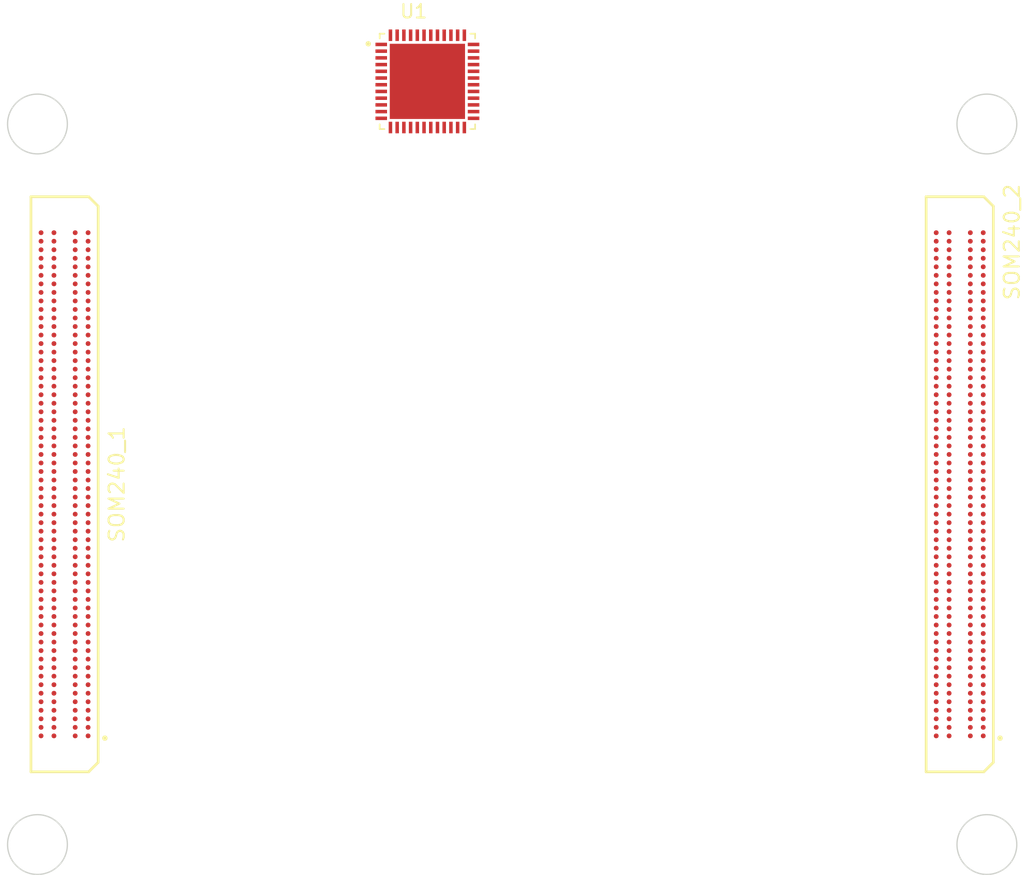
<source format=kicad_pcb>
(kicad_pcb (version 20211014) (generator pcbnew)
  (layers (0 "F.Cu" signal) (31 "B.Cu" signal) (34 "B.Paste" user) (35 "F.Paste" user) (36 "B.SilkS" user "B.Silkscreen") (37 "F.SilkS" user "F.Silkscreen") (38 "B.Mask" user) (39 "F.Mask" user) (44 "Edge.Cuts" user))
  (net 0 "")
  (net 3 "HPA06P_CLK")
  (net 4 "HPA06N")
  (net 6 "HPA_CLK0P_CLK")
  (net 22 "JTAG_TMS_C2M")
  (net 23 "JTAG_TDO_M2C")
  (net 24 "JTAG_TDI_C2M")
  (net 25 "JTAG_TCK_C2M")
  (net 61 "HPA05_CCP")
  (net 65 "HPA05_CCN")
  (net 67 "HPA04P")
  (net 68 "HPA04N")
  (net 170 "HPA07P")
  (net 171 "HPA07N")
  (footprint "Parts:SAMTEC_ADM6-60-01.5-L-4-2-A-TR" (layer "F.Cu") (at 174.612 94 -90)
    (fp_text reference "SOM240_2")
    (fp_text value "ADM6-60-01.5-L-4-2-A-TR")
  )
  (footprint "Parts:QFN50P700X700X80-49N" (layer "F.Cu") (at 135 64)
    (fp_text reference "U1")
    (fp_text value "HMCAD1511")
  )
  (footprint "Parts:SAMTEC_ADM6-60-01.5-L-4-2-A-TR" (layer "F.Cu") (at 108 94 -90)
    (fp_text reference "SOM240_1")
    (fp_text value "ADM6-60-01.5-L-4-2-A-TR")
  )
  (gr_circle locked (center 176.633337 67.17284) (end 178.858337 67.17284) (layer "Edge.Cuts") (width 0.1) (fill none))
  (gr_circle locked (center 176.633337 120.82284) (end 178.858337 120.82284) (layer "Edge.Cuts") (width 0.1) (fill none))
  (gr_circle locked (center 105.983337 67.17284) (end 108.208337 67.17284) (layer "Edge.Cuts") (width 0.1) (fill none))
  (gr_circle locked (center 105.983337 120.82284) (end 108.208337 120.82284) (layer "Edge.Cuts") (width 0.1) (fill none))
)
</source>
